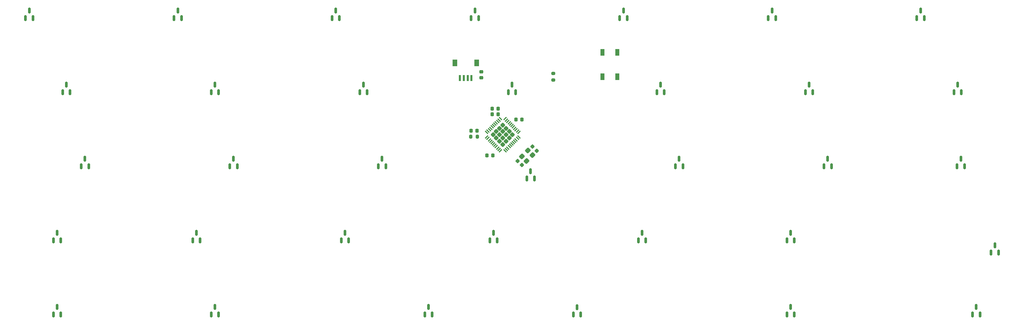
<source format=gbr>
%TF.GenerationSoftware,KiCad,Pcbnew,(5.99.0-12192-g74b8f14ec3)*%
%TF.CreationDate,2021-09-17T16:22:24+02:00*%
%TF.ProjectId,pcb-solder,7063622d-736f-46c6-9465-722e6b696361,1.0*%
%TF.SameCoordinates,Original*%
%TF.FileFunction,Paste,Bot*%
%TF.FilePolarity,Positive*%
%FSLAX46Y46*%
G04 Gerber Fmt 4.6, Leading zero omitted, Abs format (unit mm)*
G04 Created by KiCad (PCBNEW (5.99.0-12192-g74b8f14ec3)) date 2021-09-17 16:22:24*
%MOMM*%
%LPD*%
G01*
G04 APERTURE LIST*
G04 Aperture macros list*
%AMRoundRect*
0 Rectangle with rounded corners*
0 $1 Rounding radius*
0 $2 $3 $4 $5 $6 $7 $8 $9 X,Y pos of 4 corners*
0 Add a 4 corners polygon primitive as box body*
4,1,4,$2,$3,$4,$5,$6,$7,$8,$9,$2,$3,0*
0 Add four circle primitives for the rounded corners*
1,1,$1+$1,$2,$3*
1,1,$1+$1,$4,$5*
1,1,$1+$1,$6,$7*
1,1,$1+$1,$8,$9*
0 Add four rect primitives between the rounded corners*
20,1,$1+$1,$2,$3,$4,$5,0*
20,1,$1+$1,$4,$5,$6,$7,0*
20,1,$1+$1,$6,$7,$8,$9,0*
20,1,$1+$1,$8,$9,$2,$3,0*%
G04 Aperture macros list end*
%ADD10RoundRect,0.150000X0.150000X-0.587500X0.150000X0.587500X-0.150000X0.587500X-0.150000X-0.587500X0*%
%ADD11RoundRect,0.225000X0.225000X0.250000X-0.225000X0.250000X-0.225000X-0.250000X0.225000X-0.250000X0*%
%ADD12RoundRect,0.225000X-0.225000X-0.250000X0.225000X-0.250000X0.225000X0.250000X-0.225000X0.250000X0*%
%ADD13RoundRect,0.225000X-0.335876X-0.017678X-0.017678X-0.335876X0.335876X0.017678X0.017678X0.335876X0*%
%ADD14RoundRect,0.230000X0.063640X0.502046X-0.502046X-0.063640X-0.063640X-0.502046X0.502046X0.063640X0*%
%ADD15RoundRect,0.225000X-0.250000X0.225000X-0.250000X-0.225000X0.250000X-0.225000X0.250000X0.225000X0*%
%ADD16RoundRect,0.200000X-0.200000X-0.275000X0.200000X-0.275000X0.200000X0.275000X-0.200000X0.275000X0*%
%ADD17RoundRect,0.225000X0.335876X0.017678X0.017678X0.335876X-0.335876X-0.017678X-0.017678X-0.335876X0*%
%ADD18RoundRect,0.250000X0.000000X0.358486X-0.358486X0.000000X0.000000X-0.358486X0.358486X0.000000X0*%
%ADD19RoundRect,0.062500X0.291682X0.380070X-0.380070X-0.291682X-0.291682X-0.380070X0.380070X0.291682X0*%
%ADD20RoundRect,0.062500X-0.291682X0.380070X-0.380070X0.291682X0.291682X-0.380070X0.380070X-0.291682X0*%
%ADD21R,1.200000X1.800000*%
%ADD22R,0.600000X1.550000*%
%ADD23R,1.000000X1.700000*%
%ADD24RoundRect,0.200000X0.275000X-0.200000X0.275000X0.200000X-0.275000X0.200000X-0.275000X-0.200000X0*%
G04 APERTURE END LIST*
D10*
%TO.C,D1*%
X95406250Y-95393750D03*
X93506250Y-95393750D03*
X94456250Y-93518750D03*
%TD*%
D11*
%TO.C,C8*%
X220810000Y-121468750D03*
X219260000Y-121468750D03*
%TD*%
D10*
%TO.C,D26*%
X252568750Y-152543750D03*
X250668750Y-152543750D03*
X251618750Y-150668750D03*
%TD*%
%TO.C,D6*%
X285906250Y-95393750D03*
X284006250Y-95393750D03*
X284956250Y-93518750D03*
%TD*%
%TO.C,D20*%
X300193750Y-133493750D03*
X298293750Y-133493750D03*
X299243750Y-131618750D03*
%TD*%
%TO.C,D11*%
X219231250Y-114443750D03*
X217331250Y-114443750D03*
X218281250Y-112568750D03*
%TD*%
%TO.C,D4*%
X209706250Y-95393750D03*
X207806250Y-95393750D03*
X208756250Y-93518750D03*
%TD*%
%TO.C,D7*%
X324006250Y-95393750D03*
X322106250Y-95393750D03*
X323056250Y-93518750D03*
%TD*%
%TO.C,D8*%
X104931250Y-114443750D03*
X103031250Y-114443750D03*
X103981250Y-112568750D03*
%TD*%
D12*
%TO.C,C2*%
X213190000Y-118748750D03*
X214740000Y-118748750D03*
%TD*%
D10*
%TO.C,D16*%
X147793750Y-133493750D03*
X145893750Y-133493750D03*
X146843750Y-131618750D03*
%TD*%
D13*
%TO.C,C6*%
X223546992Y-128410742D03*
X224643008Y-129506758D03*
%TD*%
D10*
%TO.C,D25*%
X214468750Y-152543750D03*
X212568750Y-152543750D03*
X213518750Y-150668750D03*
%TD*%
%TO.C,D5*%
X247806250Y-95393750D03*
X245906250Y-95393750D03*
X246856250Y-93518750D03*
%TD*%
%TO.C,D9*%
X143031250Y-114443750D03*
X141131250Y-114443750D03*
X142081250Y-112568750D03*
%TD*%
D14*
%TO.C,Y1*%
X223528858Y-130641973D03*
X221973223Y-132197608D03*
X220771142Y-130995527D03*
X222326777Y-129439892D03*
%TD*%
D10*
%TO.C,D2*%
X133506250Y-95393750D03*
X131606250Y-95393750D03*
X132556250Y-93518750D03*
%TD*%
D15*
%TO.C,C1*%
X210423000Y-109213000D03*
X210423000Y-110763000D03*
%TD*%
D10*
%TO.C,D24*%
X176368750Y-152543750D03*
X174468750Y-152543750D03*
X175418750Y-150668750D03*
%TD*%
%TO.C,D18*%
X223993750Y-136668750D03*
X222093750Y-136668750D03*
X223043750Y-134793750D03*
%TD*%
%TO.C,D23*%
X138268750Y-152543750D03*
X136368750Y-152543750D03*
X137318750Y-150668750D03*
%TD*%
%TO.C,D32*%
X235910000Y-171607500D03*
X234010000Y-171607500D03*
X234960000Y-169732500D03*
%TD*%
%TO.C,D28*%
X343056250Y-155718750D03*
X341156250Y-155718750D03*
X342106250Y-153843750D03*
%TD*%
D16*
%TO.C,R2*%
X207704000Y-125916000D03*
X209354000Y-125916000D03*
%TD*%
D12*
%TO.C,C4*%
X207770000Y-124407000D03*
X209320000Y-124407000D03*
%TD*%
D10*
%TO.C,D34*%
X338293750Y-171593750D03*
X336393750Y-171593750D03*
X337343750Y-169718750D03*
%TD*%
D17*
%TO.C,C7*%
X220783008Y-133226758D03*
X219686992Y-132130742D03*
%TD*%
D18*
%TO.C,U1*%
X215069150Y-125412500D03*
X215069150Y-123750799D03*
X216730850Y-123750799D03*
X216730850Y-127074201D03*
X217561701Y-124581650D03*
X218392551Y-125412500D03*
X215900000Y-126243350D03*
X215069150Y-127074201D03*
X217561701Y-126243350D03*
X215900000Y-122919949D03*
X216730850Y-125412500D03*
X215900000Y-124581650D03*
X214238299Y-124581650D03*
X214238299Y-126243350D03*
X215900000Y-127905051D03*
X213407449Y-125412500D03*
D19*
X216492202Y-121284764D03*
X216845755Y-121638318D03*
X217199309Y-121991871D03*
X217552862Y-122345424D03*
X217906415Y-122698978D03*
X218259969Y-123052531D03*
X218613522Y-123406085D03*
X218967076Y-123759638D03*
X219320629Y-124113191D03*
X219674182Y-124466745D03*
X220027736Y-124820298D03*
D20*
X220027736Y-126004702D03*
X219674182Y-126358255D03*
X219320629Y-126711809D03*
X218967076Y-127065362D03*
X218613522Y-127418915D03*
X218259969Y-127772469D03*
X217906415Y-128126022D03*
X217552862Y-128479576D03*
X217199309Y-128833129D03*
X216845755Y-129186682D03*
X216492202Y-129540236D03*
D19*
X215307798Y-129540236D03*
X214954245Y-129186682D03*
X214600691Y-128833129D03*
X214247138Y-128479576D03*
X213893585Y-128126022D03*
X213540031Y-127772469D03*
X213186478Y-127418915D03*
X212832924Y-127065362D03*
X212479371Y-126711809D03*
X212125818Y-126358255D03*
X211772264Y-126004702D03*
D20*
X211772264Y-124820298D03*
X212125818Y-124466745D03*
X212479371Y-124113191D03*
X212832924Y-123759638D03*
X213186478Y-123406085D03*
X213540031Y-123052531D03*
X213893585Y-122698978D03*
X214247138Y-122345424D03*
X214600691Y-121991871D03*
X214954245Y-121638318D03*
X215307798Y-121284764D03*
%TD*%
D21*
%TO.C,J2*%
X209185000Y-106918750D03*
X203585000Y-106918750D03*
D22*
X204885000Y-110793750D03*
X205885000Y-110793750D03*
X206885000Y-110793750D03*
X207885000Y-110793750D03*
%TD*%
D23*
%TO.C,SW1*%
X245305000Y-110528750D03*
X245305000Y-104228750D03*
X241505000Y-110528750D03*
X241505000Y-104228750D03*
%TD*%
D10*
%TO.C,D30*%
X143031250Y-171593750D03*
X141131250Y-171593750D03*
X142081250Y-169718750D03*
%TD*%
%TO.C,D33*%
X290668750Y-171593750D03*
X288768750Y-171593750D03*
X289718750Y-169718750D03*
%TD*%
%TO.C,D13*%
X295431250Y-114443750D03*
X293531250Y-114443750D03*
X294481250Y-112568750D03*
%TD*%
%TO.C,D15*%
X109693750Y-133493750D03*
X107793750Y-133493750D03*
X108743750Y-131618750D03*
%TD*%
%TO.C,D12*%
X257331250Y-114443750D03*
X255431250Y-114443750D03*
X256381250Y-112568750D03*
%TD*%
%TO.C,D14*%
X333531250Y-114443750D03*
X331631250Y-114443750D03*
X332581250Y-112568750D03*
%TD*%
%TO.C,D21*%
X334325000Y-133493750D03*
X332425000Y-133493750D03*
X333375000Y-131618750D03*
%TD*%
%TO.C,D27*%
X290668750Y-152543750D03*
X288768750Y-152543750D03*
X289718750Y-150668750D03*
%TD*%
%TO.C,D22*%
X102550000Y-152543750D03*
X100650000Y-152543750D03*
X101600000Y-150668750D03*
%TD*%
D12*
%TO.C,C5*%
X211809000Y-130725000D03*
X213359000Y-130725000D03*
%TD*%
%TO.C,C3*%
X213201000Y-120138750D03*
X214751000Y-120138750D03*
%TD*%
D10*
%TO.C,D29*%
X102550000Y-171593750D03*
X100650000Y-171593750D03*
X101600000Y-169718750D03*
%TD*%
D24*
%TO.C,R1*%
X228882000Y-111310000D03*
X228882000Y-109660000D03*
%TD*%
D10*
%TO.C,D3*%
X173987500Y-95393750D03*
X172087500Y-95393750D03*
X173037500Y-93518750D03*
%TD*%
%TO.C,D19*%
X262093750Y-133493750D03*
X260193750Y-133493750D03*
X261143750Y-131618750D03*
%TD*%
%TO.C,D17*%
X185893750Y-133493750D03*
X183993750Y-133493750D03*
X184943750Y-131618750D03*
%TD*%
%TO.C,D10*%
X181131250Y-114443750D03*
X179231250Y-114443750D03*
X180181250Y-112568750D03*
%TD*%
%TO.C,D31*%
X197800000Y-171593750D03*
X195900000Y-171593750D03*
X196850000Y-169718750D03*
%TD*%
M02*

</source>
